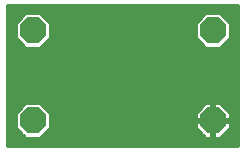
<source format=gbl>
G75*
%MOIN*%
%OFA0B0*%
%FSLAX25Y25*%
%IPPOS*%
%LPD*%
%AMOC8*
5,1,8,0,0,1.08239X$1,22.5*
%
%ADD10OC8,0.08500*%
%ADD11C,0.01600*%
%ADD12OC8,0.02375*%
D10*
X0023933Y0011800D03*
X0023933Y0041800D03*
X0083933Y0041800D03*
X0083933Y0011800D03*
D11*
X0015733Y0003600D02*
X0015733Y0050000D01*
X0092133Y0050000D01*
X0092133Y0003600D01*
X0015733Y0003600D01*
X0015733Y0004997D02*
X0092133Y0004997D01*
X0092133Y0006596D02*
X0087285Y0006596D01*
X0086439Y0005750D02*
X0089983Y0009294D01*
X0089983Y0011600D01*
X0084133Y0011600D01*
X0084133Y0005750D01*
X0086439Y0005750D01*
X0084133Y0006596D02*
X0083733Y0006596D01*
X0083733Y0005750D02*
X0081427Y0005750D01*
X0077883Y0009294D01*
X0077883Y0011600D01*
X0083733Y0011600D01*
X0083733Y0012000D01*
X0077883Y0012000D01*
X0077883Y0014306D01*
X0081427Y0017850D01*
X0083733Y0017850D01*
X0083733Y0012000D01*
X0084133Y0012000D01*
X0084133Y0017850D01*
X0086439Y0017850D01*
X0089983Y0014306D01*
X0089983Y0012000D01*
X0084133Y0012000D01*
X0084133Y0011600D01*
X0083733Y0011600D01*
X0083733Y0005750D01*
X0080582Y0006596D02*
X0027285Y0006596D01*
X0026439Y0005750D02*
X0029983Y0009294D01*
X0029983Y0014306D01*
X0026439Y0017850D01*
X0021427Y0017850D01*
X0017883Y0014306D01*
X0017883Y0009294D01*
X0021427Y0005750D01*
X0026439Y0005750D01*
X0028883Y0008194D02*
X0078983Y0008194D01*
X0077883Y0009793D02*
X0029983Y0009793D01*
X0029983Y0011391D02*
X0077883Y0011391D01*
X0077883Y0012990D02*
X0029983Y0012990D01*
X0029701Y0014588D02*
X0078165Y0014588D01*
X0079764Y0016187D02*
X0028102Y0016187D01*
X0026504Y0017785D02*
X0081362Y0017785D01*
X0083733Y0017785D02*
X0084133Y0017785D01*
X0086504Y0017785D02*
X0092133Y0017785D01*
X0092133Y0019384D02*
X0015733Y0019384D01*
X0015733Y0020982D02*
X0092133Y0020982D01*
X0092133Y0022581D02*
X0015733Y0022581D01*
X0015733Y0024179D02*
X0092133Y0024179D01*
X0092133Y0025778D02*
X0015733Y0025778D01*
X0015733Y0027376D02*
X0092133Y0027376D01*
X0092133Y0028975D02*
X0015733Y0028975D01*
X0015733Y0030573D02*
X0092133Y0030573D01*
X0092133Y0032172D02*
X0015733Y0032172D01*
X0015733Y0033770D02*
X0092133Y0033770D01*
X0092133Y0035369D02*
X0015733Y0035369D01*
X0015733Y0036967D02*
X0020210Y0036967D01*
X0021427Y0035750D02*
X0026439Y0035750D01*
X0029983Y0039294D01*
X0029983Y0044306D01*
X0026439Y0047850D01*
X0021427Y0047850D01*
X0017883Y0044306D01*
X0017883Y0039294D01*
X0021427Y0035750D01*
X0018611Y0038566D02*
X0015733Y0038566D01*
X0015733Y0040164D02*
X0017883Y0040164D01*
X0017883Y0041763D02*
X0015733Y0041763D01*
X0015733Y0043361D02*
X0017883Y0043361D01*
X0018537Y0044960D02*
X0015733Y0044960D01*
X0015733Y0046558D02*
X0020135Y0046558D01*
X0015733Y0048157D02*
X0092133Y0048157D01*
X0092133Y0049755D02*
X0015733Y0049755D01*
X0027731Y0046558D02*
X0080135Y0046558D01*
X0081427Y0047850D02*
X0077883Y0044306D01*
X0077883Y0039294D01*
X0081427Y0035750D01*
X0086439Y0035750D01*
X0089983Y0039294D01*
X0089983Y0044306D01*
X0086439Y0047850D01*
X0081427Y0047850D01*
X0078537Y0044960D02*
X0029329Y0044960D01*
X0029983Y0043361D02*
X0077883Y0043361D01*
X0077883Y0041763D02*
X0029983Y0041763D01*
X0029983Y0040164D02*
X0077883Y0040164D01*
X0078611Y0038566D02*
X0029255Y0038566D01*
X0027656Y0036967D02*
X0080210Y0036967D01*
X0087656Y0036967D02*
X0092133Y0036967D01*
X0092133Y0038566D02*
X0089255Y0038566D01*
X0089983Y0040164D02*
X0092133Y0040164D01*
X0092133Y0041763D02*
X0089983Y0041763D01*
X0089983Y0043361D02*
X0092133Y0043361D01*
X0092133Y0044960D02*
X0089329Y0044960D01*
X0087731Y0046558D02*
X0092133Y0046558D01*
X0092133Y0016187D02*
X0088102Y0016187D01*
X0089701Y0014588D02*
X0092133Y0014588D01*
X0092133Y0012990D02*
X0089983Y0012990D01*
X0089983Y0011391D02*
X0092133Y0011391D01*
X0092133Y0009793D02*
X0089983Y0009793D01*
X0088883Y0008194D02*
X0092133Y0008194D01*
X0084133Y0008194D02*
X0083733Y0008194D01*
X0083733Y0009793D02*
X0084133Y0009793D01*
X0084133Y0011391D02*
X0083733Y0011391D01*
X0083733Y0012990D02*
X0084133Y0012990D01*
X0084133Y0014588D02*
X0083733Y0014588D01*
X0083733Y0016187D02*
X0084133Y0016187D01*
X0021362Y0017785D02*
X0015733Y0017785D01*
X0015733Y0016187D02*
X0019764Y0016187D01*
X0018165Y0014588D02*
X0015733Y0014588D01*
X0015733Y0012990D02*
X0017883Y0012990D01*
X0017883Y0011391D02*
X0015733Y0011391D01*
X0015733Y0009793D02*
X0017883Y0009793D01*
X0018983Y0008194D02*
X0015733Y0008194D01*
X0015733Y0006596D02*
X0020582Y0006596D01*
D12*
X0036433Y0006800D03*
X0048933Y0006800D03*
X0061433Y0006800D03*
X0073933Y0006800D03*
X0078933Y0021800D03*
X0088933Y0021800D03*
X0088933Y0031800D03*
X0073933Y0036800D03*
X0073933Y0046800D03*
X0061433Y0046800D03*
X0048933Y0046800D03*
X0036433Y0046800D03*
X0018933Y0034300D03*
X0018933Y0021800D03*
X0048933Y0029300D03*
M02*

</source>
